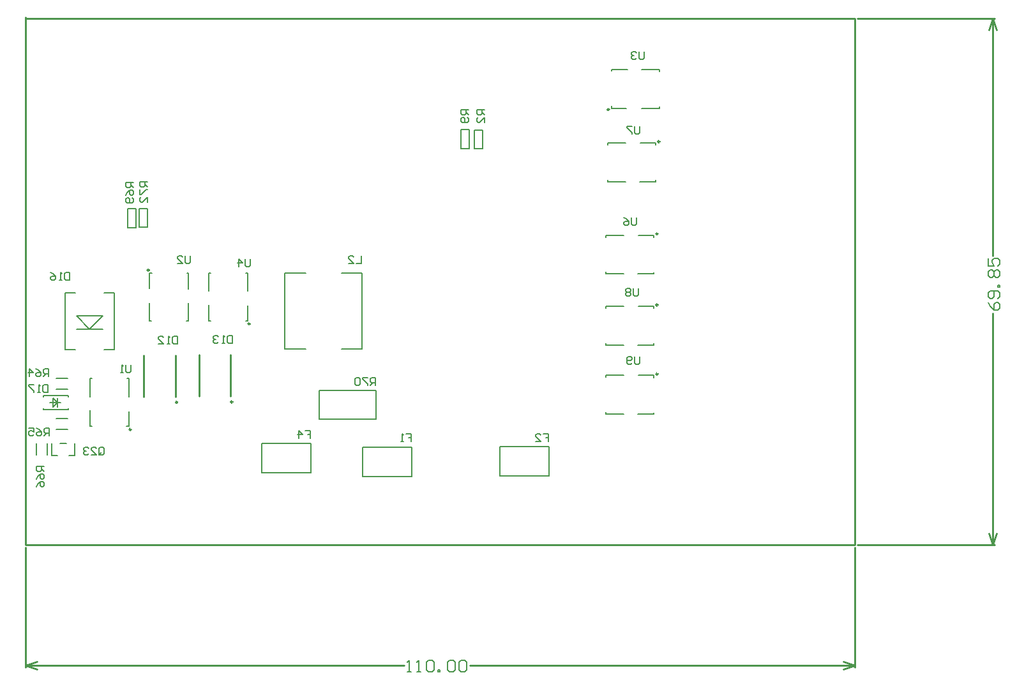
<source format=gbo>
%FSLAX25Y25*%
%MOIN*%
G70*
G01*
G75*
G04 Layer_Color=32896*
%ADD10C,0.01000*%
%ADD11C,0.00800*%
%ADD12C,0.02000*%
%ADD13C,0.01500*%
%ADD14R,0.07874X0.09843*%
%ADD15R,0.03937X0.02362*%
%ADD16R,0.02756X0.03347*%
%ADD17R,0.03347X0.02756*%
%ADD18R,0.02362X0.03937*%
%ADD19R,0.09843X0.07874*%
%ADD20R,0.03150X0.03000*%
%ADD21R,0.01102X0.02618*%
%ADD22R,0.02618X0.01102*%
%ADD23R,0.08425X0.08425*%
%ADD24R,0.05118X0.03937*%
%ADD25R,0.07087X0.03937*%
%ADD26R,0.13780X0.04724*%
%ADD27R,0.10630X0.03937*%
%ADD28C,0.04000*%
%ADD29R,0.10400X0.19500*%
%ADD30R,0.29800X0.09500*%
%ADD31R,0.09700X0.12600*%
%ADD32R,0.21700X0.08200*%
%ADD33R,0.14400X0.15700*%
%ADD34R,0.31850X0.07800*%
%ADD35R,0.22100X0.07800*%
%ADD36R,0.09250X0.32500*%
%ADD37R,0.35100X0.09500*%
%ADD38R,0.13950X0.24700*%
%ADD39R,0.15400X0.30700*%
%ADD40R,0.11100X0.37200*%
%ADD41R,0.43600X0.19500*%
%ADD42R,0.55200X0.21700*%
%ADD43R,0.28700X0.30200*%
%ADD44R,0.23100X0.37800*%
%ADD45R,0.46700X0.47800*%
%ADD46R,0.48000X1.67000*%
%ADD47R,0.40000X0.63500*%
%ADD48R,2.47000X0.34000*%
%ADD49R,0.27000X0.39600*%
%ADD50R,0.32000X0.43000*%
%ADD51R,0.28000X0.46000*%
%ADD52C,0.00600*%
%ADD53C,0.05906*%
%ADD54R,0.05906X0.05906*%
%ADD55R,0.04724X0.06299*%
%ADD56O,0.04724X0.06299*%
%ADD57C,0.23622*%
%ADD58R,0.05906X0.05906*%
%ADD59C,0.19685*%
%ADD60C,0.03000*%
%ADD61C,0.02000*%
%ADD62C,0.05500*%
%ADD63R,0.03000X0.04000*%
%ADD64R,0.04000X0.03000*%
%ADD65R,0.04331X0.04724*%
%ADD66R,0.12992X0.09843*%
%ADD67R,0.03543X0.02126*%
%ADD68R,0.01969X0.06299*%
%ADD69R,0.14410X0.07874*%
%ADD70R,0.14410X0.09843*%
%ADD71R,0.05118X0.13780*%
%ADD72R,0.04724X0.13780*%
%ADD73R,0.13386X0.19291*%
%ADD74R,0.05512X0.05512*%
%ADD75R,0.09843X0.14410*%
%ADD76R,0.07874X0.14410*%
%ADD77R,0.06299X0.01969*%
%ADD78R,0.02126X0.03543*%
%ADD79R,0.14016X0.07008*%
%ADD80R,0.23900X0.07400*%
%ADD81R,0.06600X0.29900*%
%ADD82R,0.31161X0.10375*%
%ADD83R,0.10100X0.35200*%
%ADD84R,0.32275X0.09409*%
%ADD85R,0.13400X0.33200*%
%ADD86R,0.09200X0.34200*%
%ADD87R,0.31475X0.09309*%
%ADD88R,0.36300X0.11700*%
%ADD89R,0.07800X0.28400*%
%ADD90R,0.34500X0.09900*%
%ADD91R,0.06800X0.25700*%
%ADD92R,0.33050X0.09400*%
%ADD93R,0.08800X0.24200*%
%ADD94R,0.35000X0.11700*%
%ADD95R,0.13000X0.24000*%
%ADD96R,0.32000X2.10000*%
%ADD97R,0.15000X0.04000*%
%ADD98R,0.15000X0.03000*%
%ADD99R,0.65000X0.49000*%
%ADD100R,0.10000X0.48000*%
%ADD101R,0.85000X0.08000*%
%ADD102R,0.38000X0.18000*%
%ADD103R,0.16000X0.49000*%
%ADD104R,0.32000X0.47000*%
%ADD105R,0.03000X0.08000*%
%ADD106C,0.00500*%
%ADD107C,0.00591*%
%ADD108C,0.00787*%
%ADD109R,0.11900X0.28100*%
%ADD110R,0.28600X0.18100*%
%ADD111R,0.25200X0.35000*%
%ADD112R,0.07300X0.32200*%
%ADD113R,0.36300X0.15600*%
%ADD114R,0.19800X0.35200*%
%ADD115R,0.64900X0.18900*%
%ADD116R,0.13100X1.63900*%
%ADD117R,2.36600X0.30300*%
%ADD118R,0.14400X1.76600*%
%ADD119R,0.08674X0.10642*%
%ADD120R,0.04737X0.03162*%
%ADD121R,0.03556X0.04147*%
%ADD122R,0.04147X0.03556*%
%ADD123R,0.03162X0.04737*%
%ADD124R,0.10642X0.08674*%
%ADD125R,0.03950X0.03800*%
%ADD126R,0.01902X0.03418*%
%ADD127R,0.03418X0.01902*%
%ADD128R,0.09225X0.09225*%
%ADD129R,0.05918X0.04737*%
%ADD130R,0.07887X0.04737*%
%ADD131R,0.14579X0.05524*%
%ADD132R,0.11430X0.04737*%
%ADD133C,0.06706*%
%ADD134R,0.06706X0.06706*%
%ADD135R,0.05524X0.07099*%
%ADD136O,0.05524X0.07099*%
%ADD137C,0.24422*%
%ADD138R,0.06706X0.06706*%
%ADD139C,0.20485*%
%ADD140R,0.03800X0.04800*%
%ADD141R,0.04800X0.03800*%
%ADD142R,0.05131X0.05524*%
%ADD143R,0.13792X0.10642*%
%ADD144R,0.04343X0.02926*%
%ADD145R,0.02769X0.07099*%
%ADD146R,0.15210X0.08674*%
%ADD147R,0.15210X0.10642*%
%ADD148R,0.05918X0.14579*%
%ADD149R,0.05524X0.14579*%
%ADD150R,0.14186X0.20091*%
%ADD151R,0.06312X0.06312*%
%ADD152R,0.10642X0.15210*%
%ADD153R,0.08674X0.15210*%
%ADD154R,0.07099X0.02769*%
%ADD155R,0.02926X0.04343*%
%ADD156R,0.14816X0.07808*%
%ADD157C,0.00700*%
D10*
X330250Y89100D02*
G03*
X330250Y89100I-500J0D01*
G01*
Y125240D02*
G03*
X330250Y125240I-500J0D01*
G01*
Y162381D02*
G03*
X330250Y162381I-500J0D01*
G01*
X331250Y210521D02*
G03*
X331250Y210521I-500J0D01*
G01*
X304900Y227300D02*
G03*
X304900Y227300I-500J0D01*
G01*
X108219Y74561D02*
G03*
X108219Y74561I-461J0D01*
G01*
X64700Y143400D02*
G03*
X64700Y143400I-500J0D01*
G01*
X117300Y115300D02*
G03*
X117300Y115300I-500J0D01*
G01*
X79419Y74361D02*
G03*
X79419Y74361I-461J0D01*
G01*
X55200Y60100D02*
G03*
X55200Y60100I-500J0D01*
G01*
X90633Y77513D02*
Y99167D01*
X107168Y77513D02*
Y99167D01*
X78368Y77313D02*
Y98967D01*
X61833Y77313D02*
Y98967D01*
X433071Y-64000D02*
Y-1500D01*
X0Y-64000D02*
Y-1500D01*
X232030Y-63000D02*
X433071D01*
X0D02*
X197840D01*
X427071Y-61000D02*
X433071Y-63000D01*
X427071Y-65000D02*
X433071Y-63000D01*
X0D02*
X6000Y-65000D01*
X0Y-63000D02*
X6000Y-61000D01*
X434571Y0D02*
X506000D01*
X434571Y275000D02*
X506000D01*
X505000Y0D02*
Y120804D01*
Y150996D02*
Y275000D01*
Y0D02*
X507000Y6000D01*
X503000D02*
X505000Y0D01*
X503000Y269000D02*
X505000Y275000D01*
X507000Y269000D01*
X433071Y0D02*
Y275000D01*
X0Y0D02*
X433071D01*
X0Y275000D02*
X433071D01*
X0Y0D02*
Y275590D01*
D52*
X199441Y-66599D02*
X201440D01*
X200440D01*
Y-60601D01*
X199441Y-61601D01*
X204439Y-66599D02*
X206438D01*
X205438D01*
Y-60601D01*
X204439Y-61601D01*
X209437D02*
X210437Y-60601D01*
X212436D01*
X213436Y-61601D01*
Y-65599D01*
X212436Y-66599D01*
X210437D01*
X209437Y-65599D01*
Y-61601D01*
X215435Y-66599D02*
Y-65599D01*
X216435D01*
Y-66599D01*
X215435D01*
X220434Y-61601D02*
X221433Y-60601D01*
X223433D01*
X224432Y-61601D01*
Y-65599D01*
X223433Y-66599D01*
X221433D01*
X220434Y-65599D01*
Y-61601D01*
X226432D02*
X227431Y-60601D01*
X229431D01*
X230430Y-61601D01*
Y-65599D01*
X229431Y-66599D01*
X227431D01*
X226432Y-65599D01*
Y-61601D01*
X502601Y126403D02*
X503601Y124404D01*
X505600Y122404D01*
X507599D01*
X508599Y123404D01*
Y125403D01*
X507599Y126403D01*
X506600D01*
X505600Y125403D01*
Y122404D01*
X507599Y128402D02*
X508599Y129402D01*
Y131401D01*
X507599Y132401D01*
X503601D01*
X502601Y131401D01*
Y129402D01*
X503601Y128402D01*
X504600D01*
X505600Y129402D01*
Y132401D01*
X508599Y134400D02*
X507599D01*
Y135400D01*
X508599D01*
Y134400D01*
X503601Y139399D02*
X502601Y140399D01*
Y142398D01*
X503601Y143398D01*
X504600D01*
X505600Y142398D01*
X506600Y143398D01*
X507599D01*
X508599Y142398D01*
Y140399D01*
X507599Y139399D01*
X506600D01*
X505600Y140399D01*
X504600Y139399D01*
X503601D01*
X505600Y140399D02*
Y142398D01*
X502601Y149396D02*
Y145397D01*
X505600D01*
X504600Y147396D01*
Y148396D01*
X505600Y149396D01*
X507599D01*
X508599Y148396D01*
Y146397D01*
X507599Y145397D01*
D106*
X13832Y46432D02*
Y52732D01*
X25642Y46432D02*
Y52732D01*
X17965D02*
X21509D01*
X13832Y46432D02*
X16784D01*
X22690D02*
X25642D01*
X9300Y70657D02*
X22300D01*
X9300Y77743D02*
X22300D01*
X14338Y76600D02*
X16700Y74238D01*
X14338Y71876D02*
Y76600D01*
Y71876D02*
X16700Y74238D01*
Y71876D02*
Y76600D01*
X9300Y70657D02*
Y71200D01*
Y77200D02*
Y77743D01*
X22300Y70657D02*
Y71200D01*
Y77200D02*
Y77743D01*
X12800Y74200D02*
X18300D01*
X57731Y165687D02*
Y175530D01*
X53400Y165687D02*
Y175530D01*
Y165687D02*
X57731D01*
X53400Y175530D02*
X57731D01*
X59335Y165726D02*
Y175568D01*
X63665Y165726D02*
Y175568D01*
X59335D02*
X63665D01*
X59335Y165726D02*
X63665D01*
X227435Y206931D02*
Y216774D01*
X231765Y206931D02*
Y216774D01*
X227435D02*
X231765D01*
X227435Y206931D02*
X231765D01*
X238865Y206826D02*
Y216669D01*
X234535Y206826D02*
Y216669D01*
Y206826D02*
X238865D01*
X234535Y216669D02*
X238865D01*
X320250Y88400D02*
X328050D01*
X303050D02*
X312498D01*
X319750Y68124D02*
X328050D01*
X303050D02*
X312498D01*
X328050D02*
Y69000D01*
Y87300D02*
Y88400D01*
X303050Y68124D02*
Y69100D01*
Y87400D02*
Y88400D01*
X320250Y124540D02*
X328050D01*
X303050D02*
X312498D01*
X319750Y104265D02*
X328050D01*
X303050D02*
X312498D01*
X328050D02*
Y105140D01*
Y123440D02*
Y124540D01*
X303050Y104265D02*
Y105240D01*
Y123540D02*
Y124540D01*
X320250Y161681D02*
X328050D01*
X303050D02*
X312498D01*
X319750Y141405D02*
X328050D01*
X303050D02*
X312498D01*
X328050D02*
Y142281D01*
Y160581D02*
Y161681D01*
X303050Y141405D02*
Y142381D01*
Y160681D02*
Y161681D01*
X321250Y209821D02*
X329050D01*
X304050D02*
X313498D01*
X320750Y189546D02*
X329050D01*
X304050D02*
X313498D01*
X329050D02*
Y190421D01*
Y208721D02*
Y209821D01*
X304050Y189546D02*
Y190521D01*
Y208821D02*
Y209821D01*
X306100Y228000D02*
X313900D01*
X321651D02*
X331100D01*
X306100Y248276D02*
X314400D01*
X321651D02*
X331100D01*
X306100Y247400D02*
Y248276D01*
Y228000D02*
Y229100D01*
X331100Y247300D02*
Y248276D01*
Y228000D02*
Y229000D01*
X247847Y35823D02*
X273437D01*
X247847Y51177D02*
X273437D01*
Y35823D02*
Y51177D01*
X247847Y35823D02*
Y51177D01*
X176146Y35623D02*
X201737D01*
X176146Y50977D02*
X201737D01*
Y35623D02*
Y50977D01*
X176146Y35623D02*
Y50977D01*
X123563Y52877D02*
X149153D01*
X123563Y37523D02*
X149153D01*
X123563D02*
Y52877D01*
X149153Y37523D02*
Y52877D01*
X153547Y65420D02*
Y80380D01*
X183075D01*
Y65420D02*
Y80380D01*
X153547Y65420D02*
X183075D01*
X64900Y116700D02*
X65900D01*
X84200D02*
X85176D01*
X64900Y141700D02*
X66000D01*
X84300D02*
X85176D01*
Y116700D02*
Y126149D01*
Y133400D02*
Y141700D01*
X64900Y116700D02*
Y126149D01*
Y133900D02*
Y141700D01*
X115100Y142000D02*
X116100D01*
X95824D02*
X96800D01*
X115000Y117000D02*
X116100D01*
X95824D02*
X96700D01*
X95824Y132551D02*
Y142000D01*
Y117000D02*
Y125300D01*
X116100Y132551D02*
Y142000D01*
Y117000D02*
Y124800D01*
X135543Y102330D02*
Y141700D01*
X175700Y102330D02*
Y141700D01*
X135543D02*
X146300D01*
X135543Y102330D02*
X146300D01*
X164943D02*
X175700D01*
X164943Y141700D02*
X175700D01*
X54000Y61800D02*
Y69600D01*
Y77351D02*
Y86800D01*
X33724Y61800D02*
Y70100D01*
Y77351D02*
Y86800D01*
Y61800D02*
X34600D01*
X52900D02*
X54000D01*
X33724Y86800D02*
X34700D01*
X53000D02*
X54000D01*
X146234Y59599D02*
X148900D01*
Y57599D01*
X147567D01*
X148900D01*
Y55600D01*
X142902D02*
Y59599D01*
X144901Y57599D01*
X142236D01*
X270534Y57899D02*
X273200D01*
Y55899D01*
X271867D01*
X273200D01*
Y53900D01*
X266535D02*
X269201D01*
X266535Y56566D01*
Y57232D01*
X267202Y57899D01*
X268535D01*
X269201Y57232D01*
X198834Y57699D02*
X201500D01*
Y55699D01*
X200167D01*
X201500D01*
Y53700D01*
X197501D02*
X196168D01*
X196835D01*
Y57699D01*
X197501Y57032D01*
X320700Y98299D02*
Y94966D01*
X320034Y94300D01*
X318701D01*
X318034Y94966D01*
Y98299D01*
X316701Y94966D02*
X316035Y94300D01*
X314702D01*
X314036Y94966D01*
Y97632D01*
X314702Y98299D01*
X316035D01*
X316701Y97632D01*
Y96966D01*
X316035Y96299D01*
X314036D01*
X320200Y133899D02*
Y130567D01*
X319534Y129900D01*
X318201D01*
X317534Y130567D01*
Y133899D01*
X316201Y133232D02*
X315535Y133899D01*
X314202D01*
X313535Y133232D01*
Y132566D01*
X314202Y131899D01*
X313535Y131233D01*
Y130567D01*
X314202Y129900D01*
X315535D01*
X316201Y130567D01*
Y131233D01*
X315535Y131899D01*
X316201Y132566D01*
Y133232D01*
X315535Y131899D02*
X314202D01*
X320661Y218399D02*
Y215066D01*
X319994Y214400D01*
X318661D01*
X317995Y215066D01*
Y218399D01*
X316662D02*
X313996D01*
Y217732D01*
X316662Y215066D01*
Y214400D01*
X319200Y170899D02*
Y167567D01*
X318534Y166900D01*
X317201D01*
X316534Y167567D01*
Y170899D01*
X312536D02*
X313868Y170232D01*
X315201Y168899D01*
Y167567D01*
X314535Y166900D01*
X313202D01*
X312536Y167567D01*
Y168233D01*
X313202Y168899D01*
X315201D01*
X38334Y47566D02*
Y50232D01*
X39001Y50899D01*
X40334D01*
X41000Y50232D01*
Y47566D01*
X40334Y46900D01*
X39001D01*
X39667Y48233D02*
X38334Y46900D01*
X39001D02*
X38334Y47566D01*
X34336Y46900D02*
X37001D01*
X34336Y49566D01*
Y50232D01*
X35002Y50899D01*
X36335D01*
X37001Y50232D01*
X33003D02*
X32336Y50899D01*
X31003D01*
X30337Y50232D01*
Y49566D01*
X31003Y48899D01*
X31670D01*
X31003D01*
X30337Y48233D01*
Y47566D01*
X31003Y46900D01*
X32336D01*
X33003Y47566D01*
X117300Y149099D02*
Y145766D01*
X116633Y145100D01*
X115301D01*
X114634Y145766D01*
Y149099D01*
X111302Y145100D02*
Y149099D01*
X113301Y147099D01*
X110635D01*
X323000Y257399D02*
Y254066D01*
X322334Y253400D01*
X321001D01*
X320334Y254066D01*
Y257399D01*
X319001Y256732D02*
X318335Y257399D01*
X317002D01*
X316336Y256732D01*
Y256066D01*
X317002Y255399D01*
X317668D01*
X317002D01*
X316336Y254733D01*
Y254066D01*
X317002Y253400D01*
X318335D01*
X319001Y254066D01*
X86100Y150899D02*
Y147566D01*
X85434Y146900D01*
X84101D01*
X83434Y147566D01*
Y150899D01*
X79435Y146900D02*
X82101D01*
X79435Y149566D01*
Y150232D01*
X80102Y150899D01*
X81435D01*
X82101Y150232D01*
X55200Y93899D02*
Y90566D01*
X54534Y89900D01*
X53201D01*
X52534Y90566D01*
Y93899D01*
X51201Y89900D02*
X49868D01*
X50535D01*
Y93899D01*
X51201Y93232D01*
X63700Y189500D02*
X59701D01*
Y187501D01*
X60368Y186834D01*
X61701D01*
X62367Y187501D01*
Y189500D01*
Y188167D02*
X63700Y186834D01*
X59701Y185501D02*
Y182835D01*
X60368D01*
X63034Y185501D01*
X63700D01*
Y178837D02*
Y181503D01*
X61034Y178837D01*
X60368D01*
X59701Y179503D01*
Y180836D01*
X60368Y181503D01*
X182800Y83100D02*
Y87099D01*
X180801D01*
X180134Y86432D01*
Y85099D01*
X180801Y84433D01*
X182800D01*
X181467D02*
X180134Y83100D01*
X178801Y87099D02*
X176136D01*
Y86432D01*
X178801Y83766D01*
Y83100D01*
X174803Y86432D02*
X174136Y87099D01*
X172803D01*
X172137Y86432D01*
Y83766D01*
X172803Y83100D01*
X174136D01*
X174803Y83766D01*
Y86432D01*
X56500Y189200D02*
X52501D01*
Y187201D01*
X53168Y186534D01*
X54501D01*
X55167Y187201D01*
Y189200D01*
Y187867D02*
X56500Y186534D01*
X52501Y182536D02*
X53168Y183868D01*
X54501Y185201D01*
X55834D01*
X56500Y184535D01*
Y183202D01*
X55834Y182536D01*
X55167D01*
X54501Y183202D01*
Y185201D01*
X55834Y181203D02*
X56500Y180536D01*
Y179203D01*
X55834Y178537D01*
X53168D01*
X52501Y179203D01*
Y180536D01*
X53168Y181203D01*
X53834D01*
X54501Y180536D01*
Y178537D01*
X9700Y41000D02*
X5701D01*
Y39001D01*
X6368Y38334D01*
X7701D01*
X8367Y39001D01*
Y41000D01*
Y39667D02*
X9700Y38334D01*
X5701Y34336D02*
X6368Y35668D01*
X7701Y37001D01*
X9033D01*
X9700Y36335D01*
Y35002D01*
X9033Y34336D01*
X8367D01*
X7701Y35002D01*
Y37001D01*
X5701Y30337D02*
X6368Y31670D01*
X7701Y33003D01*
X9033D01*
X9700Y32336D01*
Y31003D01*
X9033Y30337D01*
X8367D01*
X7701Y31003D01*
Y33003D01*
X12400Y57000D02*
Y60999D01*
X10401D01*
X9734Y60332D01*
Y58999D01*
X10401Y58333D01*
X12400D01*
X11067D02*
X9734Y57000D01*
X5736Y60999D02*
X7068Y60332D01*
X8401Y58999D01*
Y57666D01*
X7735Y57000D01*
X6402D01*
X5736Y57666D01*
Y58333D01*
X6402Y58999D01*
X8401D01*
X1737Y60999D02*
X4403D01*
Y58999D01*
X3070Y59666D01*
X2403D01*
X1737Y58999D01*
Y57666D01*
X2403Y57000D01*
X3736D01*
X4403Y57666D01*
X12000Y87900D02*
Y91899D01*
X10001D01*
X9334Y91232D01*
Y89899D01*
X10001Y89233D01*
X12000D01*
X10667D02*
X9334Y87900D01*
X5336Y91899D02*
X6668Y91232D01*
X8001Y89899D01*
Y88566D01*
X7335Y87900D01*
X6002D01*
X5336Y88566D01*
Y89233D01*
X6002Y89899D01*
X8001D01*
X2003Y87900D02*
Y91899D01*
X4003Y89899D01*
X1337D01*
X231400Y227300D02*
X227401D01*
Y225301D01*
X228068Y224634D01*
X229401D01*
X230067Y225301D01*
Y227300D01*
Y225967D02*
X231400Y224634D01*
X230734Y223301D02*
X231400Y222635D01*
Y221302D01*
X230734Y220636D01*
X228068D01*
X227401Y221302D01*
Y222635D01*
X228068Y223301D01*
X228734D01*
X229401Y222635D01*
Y220636D01*
X239700Y227300D02*
X235701D01*
Y225301D01*
X236368Y224634D01*
X237701D01*
X238367Y225301D01*
Y227300D01*
Y225967D02*
X239700Y224634D01*
Y220636D02*
Y223301D01*
X237034Y220636D01*
X236368D01*
X235701Y221302D01*
Y222635D01*
X236368Y223301D01*
X175500Y150899D02*
Y146900D01*
X172834D01*
X168835D02*
X171501D01*
X168835Y149566D01*
Y150232D01*
X169502Y150899D01*
X170835D01*
X171501Y150232D01*
X11600Y83599D02*
Y79600D01*
X9601D01*
X8934Y80266D01*
Y82932D01*
X9601Y83599D01*
X11600D01*
X7601Y79600D02*
X6268D01*
X6935D01*
Y83599D01*
X7601Y82932D01*
X4269Y83599D02*
X1603D01*
Y82932D01*
X4269Y80266D01*
Y79600D01*
X23000Y142299D02*
Y138300D01*
X21001D01*
X20334Y138967D01*
Y141632D01*
X21001Y142299D01*
X23000D01*
X19001Y138300D02*
X17668D01*
X18335D01*
Y142299D01*
X19001Y141632D01*
X13003Y142299D02*
X14336Y141632D01*
X15669Y140299D01*
Y138967D01*
X15003Y138300D01*
X13670D01*
X13003Y138967D01*
Y139633D01*
X13670Y140299D01*
X15669D01*
X108200Y109099D02*
Y105100D01*
X106201D01*
X105534Y105766D01*
Y108432D01*
X106201Y109099D01*
X108200D01*
X104201Y105100D02*
X102868D01*
X103535D01*
Y109099D01*
X104201Y108432D01*
X100869D02*
X100203Y109099D01*
X98870D01*
X98203Y108432D01*
Y107766D01*
X98870Y107099D01*
X99536D01*
X98870D01*
X98203Y106433D01*
Y105766D01*
X98870Y105100D01*
X100203D01*
X100869Y105766D01*
X79400Y108899D02*
Y104900D01*
X77401D01*
X76734Y105567D01*
Y108232D01*
X77401Y108899D01*
X79400D01*
X75401Y104900D02*
X74068D01*
X74735D01*
Y108899D01*
X75401Y108232D01*
X69403Y104900D02*
X72069D01*
X69403Y107566D01*
Y108232D01*
X70070Y108899D01*
X71403D01*
X72069Y108232D01*
D108*
X5746Y46947D02*
Y52853D01*
X11454Y46947D02*
Y52853D01*
X16247Y60246D02*
X22153D01*
X16247Y65954D02*
X22153D01*
X16247Y86854D02*
X22153D01*
X16247Y81146D02*
X22153D01*
D157*
X33500Y112677D02*
X40390Y119567D01*
X26610D02*
X40390D01*
X26610Y112677D02*
X40390D01*
X20705Y131378D02*
X26020D01*
X20705Y101850D02*
Y131378D01*
Y101850D02*
X26020D01*
X40980Y131378D02*
X46295D01*
Y101850D02*
Y131378D01*
X40980Y101850D02*
X46295D01*
X26610Y119567D02*
X33500Y112677D01*
M02*

</source>
